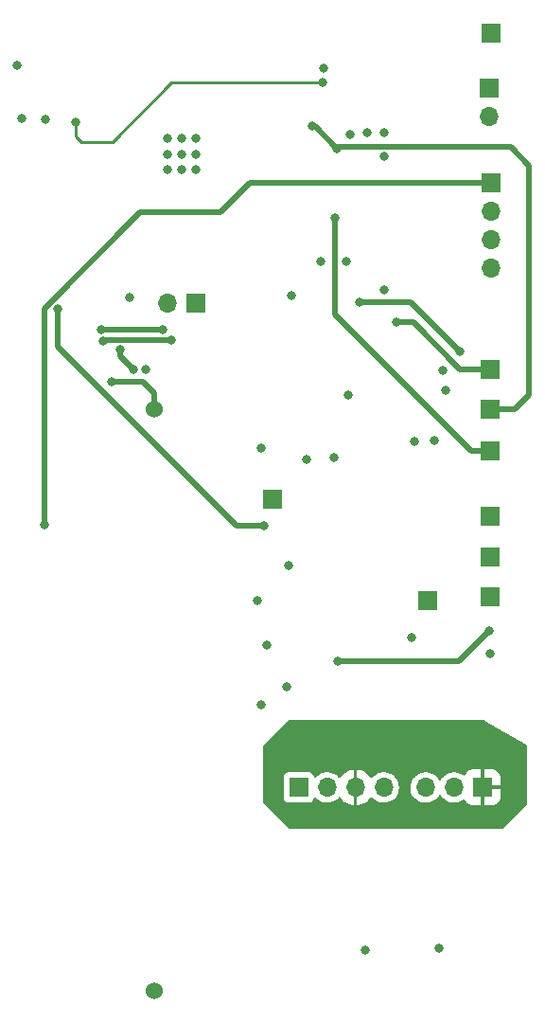
<source format=gbr>
%TF.GenerationSoftware,KiCad,Pcbnew,6.0.0-d3dd2cf0fa~116~ubuntu20.04.1*%
%TF.CreationDate,2022-02-22T07:52:51+01:00*%
%TF.ProjectId,ESP32_BAT,45535033-325f-4424-9154-2e6b69636164,rev?*%
%TF.SameCoordinates,Original*%
%TF.FileFunction,Copper,L2,Inr*%
%TF.FilePolarity,Positive*%
%FSLAX46Y46*%
G04 Gerber Fmt 4.6, Leading zero omitted, Abs format (unit mm)*
G04 Created by KiCad (PCBNEW 6.0.0-d3dd2cf0fa~116~ubuntu20.04.1) date 2022-02-22 07:52:51*
%MOMM*%
%LPD*%
G01*
G04 APERTURE LIST*
%TA.AperFunction,ComponentPad*%
%ADD10R,1.700000X1.700000*%
%TD*%
%TA.AperFunction,ComponentPad*%
%ADD11O,1.700000X1.700000*%
%TD*%
%TA.AperFunction,ComponentPad*%
%ADD12C,1.524000*%
%TD*%
%TA.AperFunction,ViaPad*%
%ADD13C,0.800000*%
%TD*%
%TA.AperFunction,Conductor*%
%ADD14C,0.500000*%
%TD*%
%TA.AperFunction,Conductor*%
%ADD15C,0.250000*%
%TD*%
G04 APERTURE END LIST*
D10*
%TO.N,/ESP32_SOLO/IO0*%
%TO.C,J4*%
X59975000Y-61400000D03*
D11*
%TO.N,GND*%
X57435000Y-61400000D03*
%TD*%
D10*
%TO.N,SENSOR_ON*%
%TO.C,TP1*%
X66800000Y-78900000D03*
%TD*%
%TO.N,/ESP32_SOLO/ENABLE*%
%TO.C,TP4*%
X86400000Y-37300000D03*
%TD*%
%TO.N,SDA*%
%TO.C,TP3*%
X86300000Y-87700000D03*
%TD*%
%TO.N,/ESP32_SOLO/TXD0*%
%TO.C,TP7*%
X86300000Y-74600000D03*
%TD*%
%TO.N,/sensor/sensor_gnd*%
%TO.C,J3*%
X85600000Y-104700000D03*
D11*
%TO.N,Net-(J3-Pad2)*%
X83060000Y-104700000D03*
%TO.N,+3V3*%
X80520000Y-104700000D03*
%TD*%
D10*
%TO.N,ADC_SNS_IN*%
%TO.C,TP12*%
X80700000Y-88000000D03*
%TD*%
D12*
%TO.N,+BATT*%
%TO.C,BT1*%
X56254000Y-70900000D03*
%TO.N,GND*%
X56254000Y-122900000D03*
%TD*%
D10*
%TO.N,+5V*%
%TO.C,J1*%
X86400000Y-50700000D03*
D11*
%TO.N,Net-(J1-Pad2)*%
X86400000Y-53240000D03*
%TO.N,Net-(J1-Pad3)*%
X86400000Y-55780000D03*
%TO.N,GND*%
X86400000Y-58320000D03*
%TD*%
D10*
%TO.N,/ESP32_SOLO/RXD0*%
%TO.C,TP6*%
X86300000Y-70900000D03*
%TD*%
%TO.N,Net-(C4-Pad1)*%
%TO.C,TP5*%
X86300000Y-67300000D03*
%TD*%
%TO.N,GND*%
%TO.C,TP13*%
X86300000Y-80500000D03*
%TD*%
%TO.N,CLK*%
%TO.C,TP2*%
X86300000Y-84100000D03*
%TD*%
%TO.N,/ESP32_SOLO/ENABLE*%
%TO.C,J2*%
X86200000Y-42200000D03*
D11*
%TO.N,GND*%
X86200000Y-44740000D03*
%TD*%
D10*
%TO.N,+3V3*%
%TO.C,U3*%
X69160000Y-104700000D03*
D11*
%TO.N,SDA*%
X71700000Y-104700000D03*
%TO.N,/sensor/sensor_gnd*%
X74240000Y-104700000D03*
%TO.N,CLK*%
X76780000Y-104700000D03*
%TD*%
D13*
%TO.N,+3V3*%
X68500000Y-60700000D03*
%TO.N,GND*%
X71400000Y-40400000D03*
X54000000Y-60900000D03*
%TO.N,/ESP32_SOLO/RXD0*%
X70400000Y-45600000D03*
X72600000Y-47600000D03*
%TO.N,Net-(C4-Pad1)*%
X51700688Y-64800688D03*
%TO.N,ADC_SNS_IN*%
X51500000Y-63800000D03*
%TO.N,Net-(C4-Pad1)*%
X57800000Y-64700000D03*
%TO.N,ADC_SNS_IN*%
X57000000Y-63800000D03*
%TO.N,/ESP32_SOLO/ENABLE*%
X71300000Y-41700000D03*
X49200000Y-45200000D03*
%TO.N,+BATT*%
X52400000Y-68400000D03*
%TO.N,GND*%
X60000000Y-49500000D03*
X65800000Y-97300000D03*
X86300000Y-92700000D03*
X81300000Y-73700000D03*
X73400000Y-57700000D03*
X71100000Y-57700000D03*
X58700000Y-48100000D03*
X76800000Y-60200000D03*
X57400000Y-49500000D03*
X79500000Y-73800000D03*
X55500000Y-67300000D03*
X76800000Y-48300000D03*
X44000000Y-40200000D03*
X73600000Y-69600000D03*
X58700000Y-49500000D03*
X57400000Y-48100000D03*
X72300000Y-75200000D03*
X57400000Y-46700000D03*
X60000000Y-46700000D03*
X68100000Y-95700000D03*
X60000000Y-48100000D03*
X73800000Y-46300000D03*
X65800000Y-74400000D03*
X68300000Y-84900000D03*
X75300000Y-46200000D03*
X58700000Y-46700000D03*
X69900000Y-75400000D03*
%TO.N,+3V3*%
X66300000Y-92000000D03*
X75100000Y-119200000D03*
X79300000Y-91300000D03*
X76800000Y-46200000D03*
X44400000Y-44900000D03*
X65500000Y-88000000D03*
X82300000Y-69200000D03*
X81700000Y-119100000D03*
X46500000Y-45000000D03*
X82100000Y-67400000D03*
%TO.N,Net-(C4-Pad1)*%
X77900000Y-63100000D03*
%TO.N,+5V*%
X46400000Y-81200000D03*
%TO.N,/sensor/sensor_gnd*%
X72900000Y-99400000D03*
X83800000Y-99400000D03*
X77100000Y-107400000D03*
X74800000Y-99600000D03*
%TO.N,/ESP32_SOLO/TXD0*%
X72400000Y-53800000D03*
%TO.N,SDA*%
X72700000Y-93400000D03*
X86200000Y-90700000D03*
%TO.N,CLK*%
X54349500Y-67300000D03*
X53200000Y-65600000D03*
%TO.N,SENSOR_ON*%
X66100000Y-81300000D03*
X47600000Y-61900000D03*
%TO.N,ADC_SNS_IN*%
X83600000Y-65700000D03*
X74600000Y-61300000D03*
%TD*%
D14*
%TO.N,ADC_SNS_IN*%
X57000000Y-63800000D02*
X51500000Y-63800000D01*
%TO.N,Net-(C4-Pad1)*%
X57800000Y-64700000D02*
X57749511Y-64750489D01*
X57749511Y-64750489D02*
X51650489Y-64750489D01*
X51650489Y-64750489D02*
X51700688Y-64800688D01*
%TO.N,/ESP32_SOLO/RXD0*%
X72600000Y-47600000D02*
X72749511Y-47450489D01*
X72749511Y-47450489D02*
X88150489Y-47450489D01*
X88150489Y-47450489D02*
X89800000Y-49100000D01*
X88500000Y-70900000D02*
X86300000Y-70900000D01*
X89800000Y-49100000D02*
X89800000Y-69600000D01*
X89800000Y-69600000D02*
X88500000Y-70900000D01*
X72600000Y-47600000D02*
X70600000Y-45600000D01*
X70600000Y-45600000D02*
X70400000Y-45600000D01*
%TO.N,+5V*%
X46400000Y-81200000D02*
X46400000Y-61898609D01*
X62200000Y-53300000D02*
X64800000Y-50700000D01*
X46400000Y-61898609D02*
X54998609Y-53300000D01*
X54998609Y-53300000D02*
X62200000Y-53300000D01*
X64800000Y-50700000D02*
X86400000Y-50700000D01*
D15*
%TO.N,/ESP32_SOLO/ENABLE*%
X49200000Y-45200000D02*
X49200000Y-46500000D01*
X49200000Y-46500000D02*
X49700000Y-47000000D01*
X49700000Y-47000000D02*
X52500000Y-47000000D01*
X52500000Y-47000000D02*
X57800000Y-41700000D01*
X57800000Y-41700000D02*
X71300000Y-41700000D01*
D14*
%TO.N,+BATT*%
X55200000Y-68400000D02*
X56254000Y-69454000D01*
X56254000Y-69454000D02*
X56254000Y-70900000D01*
X52400000Y-68400000D02*
X55200000Y-68400000D01*
%TO.N,Net-(C4-Pad1)*%
X83600000Y-67300000D02*
X86300000Y-67300000D01*
X79400000Y-63100000D02*
X83600000Y-67300000D01*
X77900000Y-63100000D02*
X79400000Y-63100000D01*
%TO.N,/ESP32_SOLO/TXD0*%
X72400000Y-62400000D02*
X72400000Y-53800000D01*
X84600000Y-74600000D02*
X73100000Y-63100000D01*
X73100000Y-63100000D02*
X72400000Y-62400000D01*
X86300000Y-74600000D02*
X84600000Y-74600000D01*
%TO.N,SDA*%
X86200000Y-90700000D02*
X83500000Y-93400000D01*
X83500000Y-93400000D02*
X72700000Y-93400000D01*
%TO.N,CLK*%
X53200000Y-65600000D02*
X53200000Y-66150500D01*
X53200000Y-66150500D02*
X54349500Y-67300000D01*
%TO.N,SENSOR_ON*%
X63600000Y-81300000D02*
X47800000Y-65500000D01*
X47600000Y-65300000D02*
X47600000Y-61900000D01*
X47800000Y-65500000D02*
X47600000Y-65300000D01*
X66100000Y-81300000D02*
X63600000Y-81300000D01*
%TO.N,ADC_SNS_IN*%
X83600000Y-65700000D02*
X79200000Y-61300000D01*
X79200000Y-61300000D02*
X74600000Y-61300000D01*
%TD*%
%TA.AperFunction,Conductor*%
%TO.N,/sensor/sensor_gnd*%
G36*
X85829288Y-98716956D02*
G01*
X89537131Y-100863602D01*
X89586062Y-100915044D01*
X89600000Y-100972646D01*
X89600000Y-106138851D01*
X89579998Y-106206972D01*
X89563279Y-106227762D01*
X87436936Y-108362911D01*
X87374695Y-108397065D01*
X87347657Y-108400000D01*
X68352190Y-108400000D01*
X68284069Y-108379998D01*
X68263095Y-108363095D01*
X66036905Y-106136905D01*
X66002879Y-106074593D01*
X66000000Y-106047810D01*
X66000000Y-105598134D01*
X67801500Y-105598134D01*
X67808255Y-105660316D01*
X67859385Y-105796705D01*
X67946739Y-105913261D01*
X68063295Y-106000615D01*
X68199684Y-106051745D01*
X68261866Y-106058500D01*
X70058134Y-106058500D01*
X70120316Y-106051745D01*
X70256705Y-106000615D01*
X70373261Y-105913261D01*
X70460615Y-105796705D01*
X70482799Y-105737529D01*
X70504598Y-105679382D01*
X70547240Y-105622618D01*
X70613802Y-105597918D01*
X70683150Y-105613126D01*
X70717817Y-105641114D01*
X70746250Y-105673938D01*
X70918126Y-105816632D01*
X71111000Y-105929338D01*
X71319692Y-106009030D01*
X71324760Y-106010061D01*
X71324763Y-106010062D01*
X71432017Y-106031883D01*
X71538597Y-106053567D01*
X71543772Y-106053757D01*
X71543774Y-106053757D01*
X71756673Y-106061564D01*
X71756677Y-106061564D01*
X71761837Y-106061753D01*
X71766957Y-106061097D01*
X71766959Y-106061097D01*
X71978288Y-106034025D01*
X71978289Y-106034025D01*
X71983416Y-106033368D01*
X71988366Y-106031883D01*
X72192429Y-105970661D01*
X72192434Y-105970659D01*
X72197384Y-105969174D01*
X72397994Y-105870896D01*
X72579860Y-105741173D01*
X72647331Y-105673938D01*
X72728051Y-105593499D01*
X72790423Y-105559583D01*
X72861230Y-105564771D01*
X72917991Y-105607417D01*
X72924424Y-105616916D01*
X72938333Y-105639614D01*
X72944137Y-105647601D01*
X73101350Y-105831675D01*
X73108325Y-105838650D01*
X73292399Y-105995863D01*
X73300381Y-106001663D01*
X73506785Y-106128148D01*
X73515579Y-106132629D01*
X73739223Y-106225265D01*
X73748608Y-106228314D01*
X73983994Y-106284826D01*
X73993738Y-106286369D01*
X74067943Y-106292209D01*
X74083031Y-106289039D01*
X74086000Y-106277576D01*
X74086000Y-106275515D01*
X74394000Y-106275515D01*
X74398344Y-106290310D01*
X74410003Y-106292371D01*
X74486262Y-106286369D01*
X74496006Y-106284826D01*
X74731392Y-106228314D01*
X74740777Y-106225265D01*
X74964421Y-106132629D01*
X74973215Y-106128148D01*
X75179619Y-106001663D01*
X75187601Y-105995863D01*
X75371675Y-105838650D01*
X75378650Y-105831675D01*
X75535861Y-105647604D01*
X75541665Y-105639615D01*
X75557305Y-105614093D01*
X75609952Y-105566461D01*
X75679994Y-105554854D01*
X75745192Y-105582957D01*
X75759975Y-105597429D01*
X75822865Y-105670031D01*
X75822869Y-105670035D01*
X75826250Y-105673938D01*
X75998126Y-105816632D01*
X76191000Y-105929338D01*
X76399692Y-106009030D01*
X76404760Y-106010061D01*
X76404763Y-106010062D01*
X76512017Y-106031883D01*
X76618597Y-106053567D01*
X76623772Y-106053757D01*
X76623774Y-106053757D01*
X76836673Y-106061564D01*
X76836677Y-106061564D01*
X76841837Y-106061753D01*
X76846957Y-106061097D01*
X76846959Y-106061097D01*
X77058288Y-106034025D01*
X77058289Y-106034025D01*
X77063416Y-106033368D01*
X77068366Y-106031883D01*
X77272429Y-105970661D01*
X77272434Y-105970659D01*
X77277384Y-105969174D01*
X77477994Y-105870896D01*
X77659860Y-105741173D01*
X77818096Y-105583489D01*
X77877594Y-105500689D01*
X77945435Y-105406277D01*
X77948453Y-105402077D01*
X77969320Y-105359857D01*
X78045136Y-105206453D01*
X78045137Y-105206451D01*
X78047430Y-105201811D01*
X78112370Y-104988069D01*
X78141529Y-104766590D01*
X78143156Y-104700000D01*
X78140418Y-104666695D01*
X79157251Y-104666695D01*
X79157548Y-104671848D01*
X79157548Y-104671851D01*
X79168309Y-104858475D01*
X79170110Y-104889715D01*
X79171247Y-104894761D01*
X79171248Y-104894767D01*
X79191119Y-104982939D01*
X79219222Y-105107639D01*
X79303266Y-105314616D01*
X79354019Y-105397438D01*
X79417291Y-105500688D01*
X79419987Y-105505088D01*
X79566250Y-105673938D01*
X79738126Y-105816632D01*
X79931000Y-105929338D01*
X80139692Y-106009030D01*
X80144760Y-106010061D01*
X80144763Y-106010062D01*
X80252017Y-106031883D01*
X80358597Y-106053567D01*
X80363772Y-106053757D01*
X80363774Y-106053757D01*
X80576673Y-106061564D01*
X80576677Y-106061564D01*
X80581837Y-106061753D01*
X80586957Y-106061097D01*
X80586959Y-106061097D01*
X80798288Y-106034025D01*
X80798289Y-106034025D01*
X80803416Y-106033368D01*
X80808366Y-106031883D01*
X81012429Y-105970661D01*
X81012434Y-105970659D01*
X81017384Y-105969174D01*
X81217994Y-105870896D01*
X81399860Y-105741173D01*
X81558096Y-105583489D01*
X81617594Y-105500689D01*
X81688453Y-105402077D01*
X81689776Y-105403028D01*
X81736645Y-105359857D01*
X81806580Y-105347625D01*
X81872026Y-105375144D01*
X81899875Y-105406994D01*
X81959987Y-105505088D01*
X82106250Y-105673938D01*
X82278126Y-105816632D01*
X82471000Y-105929338D01*
X82679692Y-106009030D01*
X82684760Y-106010061D01*
X82684763Y-106010062D01*
X82792017Y-106031883D01*
X82898597Y-106053567D01*
X82903772Y-106053757D01*
X82903774Y-106053757D01*
X83116673Y-106061564D01*
X83116677Y-106061564D01*
X83121837Y-106061753D01*
X83126957Y-106061097D01*
X83126959Y-106061097D01*
X83338288Y-106034025D01*
X83338289Y-106034025D01*
X83343416Y-106033368D01*
X83348366Y-106031883D01*
X83552429Y-105970661D01*
X83552434Y-105970659D01*
X83557384Y-105969174D01*
X83757994Y-105870896D01*
X83762199Y-105867896D01*
X83762205Y-105867893D01*
X83851932Y-105803891D01*
X83867678Y-105792660D01*
X83934750Y-105769387D01*
X84003758Y-105786070D01*
X84052792Y-105837414D01*
X84060368Y-105855361D01*
X84063155Y-105863716D01*
X84069321Y-105876878D01*
X84153748Y-106013312D01*
X84162775Y-106024701D01*
X84276322Y-106138050D01*
X84287733Y-106147062D01*
X84424308Y-106231248D01*
X84437486Y-106237392D01*
X84590184Y-106288040D01*
X84603550Y-106290906D01*
X84696919Y-106300472D01*
X84703334Y-106300800D01*
X85427885Y-106300800D01*
X85443124Y-106296325D01*
X85444329Y-106294935D01*
X85446000Y-106287252D01*
X85446000Y-106282684D01*
X85754000Y-106282684D01*
X85758475Y-106297923D01*
X85759865Y-106299128D01*
X85767548Y-106300799D01*
X86496615Y-106300799D01*
X86503135Y-106300461D01*
X86597717Y-106290649D01*
X86611127Y-106287753D01*
X86763714Y-106236845D01*
X86776878Y-106230679D01*
X86913312Y-106146252D01*
X86924701Y-106137225D01*
X87038050Y-106023678D01*
X87047062Y-106012267D01*
X87131248Y-105875692D01*
X87137392Y-105862514D01*
X87188040Y-105709816D01*
X87190906Y-105696450D01*
X87200472Y-105603081D01*
X87200800Y-105596666D01*
X87200800Y-104872115D01*
X87196325Y-104856876D01*
X87194935Y-104855671D01*
X87187252Y-104854000D01*
X85772115Y-104854000D01*
X85756876Y-104858475D01*
X85755671Y-104859865D01*
X85754000Y-104867548D01*
X85754000Y-106282684D01*
X85446000Y-106282684D01*
X85446000Y-104527885D01*
X85754000Y-104527885D01*
X85758475Y-104543124D01*
X85759865Y-104544329D01*
X85767548Y-104546000D01*
X87182684Y-104546000D01*
X87197923Y-104541525D01*
X87199128Y-104540135D01*
X87200799Y-104532452D01*
X87200799Y-103803385D01*
X87200461Y-103796865D01*
X87190649Y-103702283D01*
X87187753Y-103688873D01*
X87136845Y-103536286D01*
X87130679Y-103523122D01*
X87046252Y-103386688D01*
X87037225Y-103375299D01*
X86923678Y-103261950D01*
X86912267Y-103252938D01*
X86775692Y-103168752D01*
X86762514Y-103162608D01*
X86609816Y-103111960D01*
X86596450Y-103109094D01*
X86503081Y-103099528D01*
X86496666Y-103099200D01*
X85772115Y-103099200D01*
X85756876Y-103103675D01*
X85755671Y-103105065D01*
X85754000Y-103112748D01*
X85754000Y-104527885D01*
X85446000Y-104527885D01*
X85446000Y-103117316D01*
X85441525Y-103102077D01*
X85440135Y-103100872D01*
X85432452Y-103099201D01*
X84703385Y-103099201D01*
X84696865Y-103099539D01*
X84602283Y-103109351D01*
X84588873Y-103112247D01*
X84436286Y-103163155D01*
X84423122Y-103169321D01*
X84286688Y-103253748D01*
X84275299Y-103262775D01*
X84161950Y-103376322D01*
X84152938Y-103387733D01*
X84068752Y-103524308D01*
X84062610Y-103537480D01*
X84060552Y-103543686D01*
X84020124Y-103602048D01*
X83954561Y-103629287D01*
X83884679Y-103616757D01*
X83862865Y-103602906D01*
X83818414Y-103567800D01*
X83818410Y-103567798D01*
X83814359Y-103564598D01*
X83808476Y-103561350D01*
X83739225Y-103523122D01*
X83618789Y-103456638D01*
X83613920Y-103454914D01*
X83613916Y-103454912D01*
X83413087Y-103383795D01*
X83413083Y-103383794D01*
X83408212Y-103382069D01*
X83403119Y-103381162D01*
X83403116Y-103381161D01*
X83193373Y-103343800D01*
X83193367Y-103343799D01*
X83188284Y-103342894D01*
X83114452Y-103341992D01*
X82970081Y-103340228D01*
X82970079Y-103340228D01*
X82964911Y-103340165D01*
X82744091Y-103373955D01*
X82531756Y-103443357D01*
X82501443Y-103459137D01*
X82350948Y-103537480D01*
X82333607Y-103546507D01*
X82329474Y-103549610D01*
X82329471Y-103549612D01*
X82223354Y-103629287D01*
X82154965Y-103680635D01*
X82115203Y-103722243D01*
X82043729Y-103797037D01*
X82000629Y-103842138D01*
X81893201Y-103999621D01*
X81838293Y-104044621D01*
X81767768Y-104052792D01*
X81704021Y-104021538D01*
X81683324Y-103997054D01*
X81602822Y-103872617D01*
X81602820Y-103872614D01*
X81600014Y-103868277D01*
X81449670Y-103703051D01*
X81445619Y-103699852D01*
X81445615Y-103699848D01*
X81278414Y-103567800D01*
X81278410Y-103567798D01*
X81274359Y-103564598D01*
X81268476Y-103561350D01*
X81199225Y-103523122D01*
X81078789Y-103456638D01*
X81073920Y-103454914D01*
X81073916Y-103454912D01*
X80873087Y-103383795D01*
X80873083Y-103383794D01*
X80868212Y-103382069D01*
X80863119Y-103381162D01*
X80863116Y-103381161D01*
X80653373Y-103343800D01*
X80653367Y-103343799D01*
X80648284Y-103342894D01*
X80574452Y-103341992D01*
X80430081Y-103340228D01*
X80430079Y-103340228D01*
X80424911Y-103340165D01*
X80204091Y-103373955D01*
X79991756Y-103443357D01*
X79961443Y-103459137D01*
X79810948Y-103537480D01*
X79793607Y-103546507D01*
X79789474Y-103549610D01*
X79789471Y-103549612D01*
X79683354Y-103629287D01*
X79614965Y-103680635D01*
X79575203Y-103722243D01*
X79503729Y-103797037D01*
X79460629Y-103842138D01*
X79334743Y-104026680D01*
X79240688Y-104229305D01*
X79180989Y-104444570D01*
X79157251Y-104666695D01*
X78140418Y-104666695D01*
X78124852Y-104477361D01*
X78070431Y-104260702D01*
X77981354Y-104055840D01*
X77860014Y-103868277D01*
X77709670Y-103703051D01*
X77705619Y-103699852D01*
X77705615Y-103699848D01*
X77538414Y-103567800D01*
X77538410Y-103567798D01*
X77534359Y-103564598D01*
X77528476Y-103561350D01*
X77459225Y-103523122D01*
X77338789Y-103456638D01*
X77333920Y-103454914D01*
X77333916Y-103454912D01*
X77133087Y-103383795D01*
X77133083Y-103383794D01*
X77128212Y-103382069D01*
X77123119Y-103381162D01*
X77123116Y-103381161D01*
X76913373Y-103343800D01*
X76913367Y-103343799D01*
X76908284Y-103342894D01*
X76834452Y-103341992D01*
X76690081Y-103340228D01*
X76690079Y-103340228D01*
X76684911Y-103340165D01*
X76464091Y-103373955D01*
X76251756Y-103443357D01*
X76221443Y-103459137D01*
X76070948Y-103537480D01*
X76053607Y-103546507D01*
X76049474Y-103549610D01*
X76049471Y-103549612D01*
X75943354Y-103629287D01*
X75874965Y-103680635D01*
X75755849Y-103805283D01*
X75755152Y-103806012D01*
X75693628Y-103841442D01*
X75622715Y-103837985D01*
X75564929Y-103796739D01*
X75556626Y-103784797D01*
X75541666Y-103760385D01*
X75535863Y-103752399D01*
X75378650Y-103568325D01*
X75371675Y-103561350D01*
X75187601Y-103404137D01*
X75179619Y-103398337D01*
X74973215Y-103271852D01*
X74964421Y-103267371D01*
X74740777Y-103174735D01*
X74731392Y-103171686D01*
X74496006Y-103115174D01*
X74486262Y-103113631D01*
X74412057Y-103107791D01*
X74396969Y-103110961D01*
X74394000Y-103122424D01*
X74394000Y-106275515D01*
X74086000Y-106275515D01*
X74086000Y-103124485D01*
X74081656Y-103109690D01*
X74069997Y-103107629D01*
X73993738Y-103113631D01*
X73983994Y-103115174D01*
X73748608Y-103171686D01*
X73739223Y-103174735D01*
X73515579Y-103267371D01*
X73506785Y-103271852D01*
X73300381Y-103398337D01*
X73292399Y-103404137D01*
X73108325Y-103561350D01*
X73101350Y-103568325D01*
X72944137Y-103752399D01*
X72938330Y-103760390D01*
X72922795Y-103785741D01*
X72870148Y-103833373D01*
X72800106Y-103844979D01*
X72734909Y-103816876D01*
X72722170Y-103804706D01*
X72633152Y-103706876D01*
X72633142Y-103706867D01*
X72629670Y-103703051D01*
X72625619Y-103699852D01*
X72625615Y-103699848D01*
X72458414Y-103567800D01*
X72458410Y-103567798D01*
X72454359Y-103564598D01*
X72448476Y-103561350D01*
X72379225Y-103523122D01*
X72258789Y-103456638D01*
X72253920Y-103454914D01*
X72253916Y-103454912D01*
X72053087Y-103383795D01*
X72053083Y-103383794D01*
X72048212Y-103382069D01*
X72043119Y-103381162D01*
X72043116Y-103381161D01*
X71833373Y-103343800D01*
X71833367Y-103343799D01*
X71828284Y-103342894D01*
X71754452Y-103341992D01*
X71610081Y-103340228D01*
X71610079Y-103340228D01*
X71604911Y-103340165D01*
X71384091Y-103373955D01*
X71171756Y-103443357D01*
X71141443Y-103459137D01*
X70990948Y-103537480D01*
X70973607Y-103546507D01*
X70969474Y-103549610D01*
X70969471Y-103549612D01*
X70863354Y-103629287D01*
X70794965Y-103680635D01*
X70718750Y-103760390D01*
X70714283Y-103765064D01*
X70652759Y-103800494D01*
X70581846Y-103797037D01*
X70524060Y-103755791D01*
X70505207Y-103722243D01*
X70463767Y-103611703D01*
X70460615Y-103603295D01*
X70373261Y-103486739D01*
X70256705Y-103399385D01*
X70120316Y-103348255D01*
X70058134Y-103341500D01*
X68261866Y-103341500D01*
X68199684Y-103348255D01*
X68063295Y-103399385D01*
X67946739Y-103486739D01*
X67859385Y-103603295D01*
X67808255Y-103739684D01*
X67801500Y-103801866D01*
X67801500Y-105598134D01*
X66000000Y-105598134D01*
X66000000Y-100952190D01*
X66020002Y-100884069D01*
X66036905Y-100863095D01*
X68163095Y-98736905D01*
X68225407Y-98702879D01*
X68252190Y-98700000D01*
X85766157Y-98700000D01*
X85829288Y-98716956D01*
G37*
%TD.AperFunction*%
%TD*%
M02*

</source>
